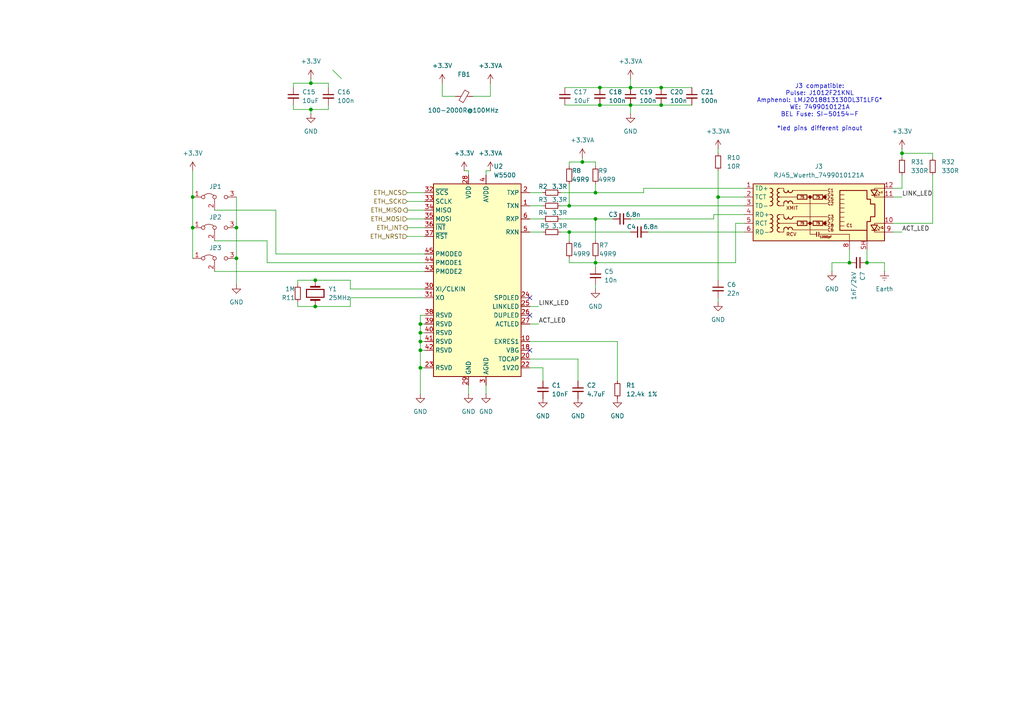
<source format=kicad_sch>
(kicad_sch (version 20231120) (generator "eeschema") (generator_version "8.0")
  (paper "A4")
  (lib_symbols
    (symbol "Connector:RJ45_Wuerth_7499010121A"
      (property "Reference" "J" (at 17.78 10.16 0))
      (property "Value" "RJ45_Wuerth_7499010121A" (at -6.35 10.16 0))
      (symbol "RJ45_Wuerth_7499010121A_0_0"
        (circle (center -1.27 -2.54) (radius 0.0001) (stroke (width 0.508)))
        (circle (center -1.27 5.08) (radius 0.0001) (stroke (width 0.508)))
        (polyline (pts (xy -1.27 5.08) (xy -1.27 -5.715)))
        (polyline (pts (xy 0.635 -5.08) (xy 0.635 -6.35)) (stroke (width 0.254)))
        (polyline (pts (xy 1.27 -5.08) (xy 1.27 -6.35)) (stroke (width 0.254)))
        (polyline (pts (xy 3.048 -2.54) (xy 2.54 -2.54)))
        (polyline (pts (xy 3.048 5.08) (xy 2.54 5.08)))
        (polyline (pts (xy 17.399 -3.048) (xy 17.399 -2.54) (xy 20.32 -2.54)))
        (polyline (pts (xy 17.399 7.112) (xy 17.399 7.62) (xy 20.32 7.62)))
        (polyline (pts (xy 20.32 -5.08) (xy 17.399 -5.08) (xy 17.399 -4.572)))
        (polyline (pts (xy 20.32 5.08) (xy 17.399 5.08) (xy 17.399 5.588)))
        (polyline (pts (xy 3.683 -1.905) (xy 3.048 -1.905) (xy 3.048 -3.175) (xy 3.683 -3.175)))
        (polyline (pts (xy 3.683 5.715) (xy 3.048 5.715) (xy 3.048 4.445) (xy 3.683 4.445)))
        (circle (center 3.048 -2.54) (radius 0.0001) (stroke (width 0.508)))
        (circle (center 3.048 5.08) (radius 0.0001) (stroke (width 0.508)))
        (text "C1" (at 4.699 6.985 0) (effects (font (size 0.889 0.889))))
        (text "C1" (at 10.16 -3.175 0) (effects (font (size 0.889 0.889))))
        (text "C2" (at 4.699 3.175 0) (effects (font (size 0.889 0.889))))
        (text "C3" (at 4.699 -0.635 0) (effects (font (size 0.889 0.889))))
        (text "C4" (at 4.699 5.715 0) (effects (font (size 0.889 0.889))))
        (text "C5" (at 4.699 4.445 0) (effects (font (size 0.889 0.889))))
        (text "C6" (at 4.699 -4.445 0) (effects (font (size 0.889 0.889))))
        (text "C7" (at 4.699 -1.905 0) (effects (font (size 0.889 0.889))))
        (text "C8" (at 4.699 -3.175 0) (effects (font (size 0.889 0.889))))
        (text "RCV" (at -8.255 -5.715 0) (effects (font (size 1.016 1.016)) (justify left)))
        (text "XMIT" (at -8.255 1.905 0) (effects (font (size 1.016 1.016)) (justify left)))
      )
      (symbol "RJ45_Wuerth_7499010121A_0_1"
        (rectangle (start -17.78 8.89) (end 20.32 -7.62) (stroke (width 0.254)) (fill (type background)))
        (polyline (pts (xy -12.7 -5.08) (xy -13.081 -5.08)))
        (polyline (pts (xy -12.7 -2.54) (xy -13.081 -2.54)))
        (polyline (pts (xy -12.7 0) (xy -13.081 0)))
        (polyline (pts (xy -12.7 2.54) (xy -13.081 2.54)))
        (polyline (pts (xy -12.7 5.08) (xy -13.081 5.08)))
        (polyline (pts (xy -12.7 7.62) (xy -13.081 7.62)))
        (polyline (pts (xy -6.35 -4.445) (xy 3.683 -4.445)))
        (polyline (pts (xy -6.35 3.175) (xy 3.683 3.175)))
        (polyline (pts (xy -6.35 6.985) (xy 3.683 6.985)))
        (polyline (pts (xy -6.223 -0.635) (xy 3.683 -0.635)))
        (polyline (pts (xy -5.08 -2.54) (xy -10.16 -2.54)))
        (polyline (pts (xy -4.953 5.08) (xy -10.16 5.08)))
        (polyline (pts (xy -2.159 -2.54) (xy -0.381 -2.54)))
        (polyline (pts (xy -2.159 5.08) (xy -0.381 5.08)))
        (polyline (pts (xy 0.635 -5.715) (xy -1.27 -5.715)))
        (polyline (pts (xy 7.366 -2.032) (xy 8.636 -2.032)))
        (polyline (pts (xy 7.366 -0.762) (xy 8.636 -0.762)))
        (polyline (pts (xy 7.366 0.635) (xy 8.636 0.635)))
        (polyline (pts (xy 7.366 1.905) (xy 8.636 1.905)))
        (polyline (pts (xy 7.366 3.175) (xy 8.636 3.175)))
        (polyline (pts (xy 8.636 -3.302) (xy 7.366 -3.302)))
        (polyline (pts (xy 8.636 4.445) (xy 7.366 4.445)))
        (polyline (pts (xy 8.636 5.715) (xy 7.366 5.715)))
        (polyline (pts (xy 10.16 -5.715) (xy 1.27 -5.715)))
        (polyline (pts (xy 10.16 -5.715) (xy 10.16 -7.62)))
        (polyline (pts (xy -10.16 0) (xy -8.89 0) (xy -8.89 -0.635)))
        (polyline (pts (xy -10.16 7.62) (xy -8.89 7.62) (xy -8.89 6.985)))
        (polyline (pts (xy -8.89 -4.445) (xy -8.89 -5.08) (xy -10.16 -5.08)))
        (polyline (pts (xy -8.89 3.175) (xy -8.89 2.54) (xy -10.16 2.54)))
      )
      (symbol "RJ45_Wuerth_7499010121A_1_0"
        (text "1000pF" (at 3.302 -6.477 0) (effects (font (size 0.635 0.635))))
      )
      (symbol "RJ45_Wuerth_7499010121A_1_1"
        (arc (start -12.7 -1.27) (mid -12.0677 -0.635) (end -12.7 0) (stroke (width 0.254)))
        (arc (start -12.6973 -5.08) (mid -12.065 -4.445) (end -12.6973 -3.81) (stroke (width 0.254)))
        (arc (start -12.6973 -3.81) (mid -12.065 -3.175) (end -12.6973 -2.54) (stroke (width 0.254)))
        (arc (start -12.6973 -2.54) (mid -12.065 -1.905) (end -12.6973 -1.27) (stroke (width 0.254)))
        (arc (start -12.6973 6.35) (mid -12.065 6.985) (end -12.6973 7.62) (stroke (width 0.254)))
        (arc (start -12.6946 2.54) (mid -12.0623 3.175) (end -12.6946 3.81) (stroke (width 0.254)))
        (arc (start -12.6946 3.81) (mid -12.0623 4.445) (end -12.6946 5.08) (stroke (width 0.254)))
        (arc (start -12.6946 5.08) (mid -12.0623 5.715) (end -12.6946 6.35) (stroke (width 0.254)))
        (arc (start -10.1654 -2.54) (mid -10.7977 -3.175) (end -10.1654 -3.81) (stroke (width 0.254)))
        (arc (start -10.1654 -1.27) (mid -10.7977 -1.905) (end -10.1654 -2.54) (stroke (width 0.254)))
        (arc (start -10.1654 0) (mid -10.7977 -0.635) (end -10.1654 -1.27) (stroke (width 0.254)))
        (arc (start -10.1654 5.08) (mid -10.7977 4.445) (end -10.1654 3.81) (stroke (width 0.254)))
        (arc (start -10.1654 6.35) (mid -10.7977 5.715) (end -10.1654 5.08) (stroke (width 0.254)))
        (arc (start -10.1654 7.62) (mid -10.7977 6.985) (end -10.1654 6.35) (stroke (width 0.254)))
        (arc (start -10.1627 -3.81) (mid -10.795 -4.445) (end -10.1627 -5.08) (stroke (width 0.254)))
        (arc (start -10.1627 3.81) (mid -10.795 3.175) (end -10.1627 2.54) (stroke (width 0.254)))
        (arc (start -8.89 6.9823) (mid -8.255 6.35) (end -7.62 6.9823) (stroke (width 0.254)))
        (arc (start -8.8265 -0.7012) (mid -8.1915 -1.3335) (end -7.5565 -0.7012) (stroke (width 0.254)))
        (arc (start -7.62 -4.3153) (mid -8.255 -3.683) (end -8.89 -4.3153) (stroke (width 0.254)))
        (arc (start -7.62 3.3047) (mid -8.255 3.937) (end -8.89 3.3047) (stroke (width 0.254)))
        (arc (start -7.62 6.985) (mid -6.985 6.3527) (end -6.35 6.985) (stroke (width 0.254)))
        (arc (start -7.5565 -0.6985) (mid -6.9215 -1.3308) (end -6.2865 -0.6985) (stroke (width 0.254)))
        (arc (start -6.35 -4.3126) (mid -6.985 -3.6803) (end -7.62 -4.3126) (stroke (width 0.254)))
        (arc (start -6.35 3.3074) (mid -6.985 3.9397) (end -7.62 3.3074) (stroke (width 0.254)))
        (rectangle (start -4.953 -1.905) (end -2.159 -3.175) (stroke (width 0.254)))
        (rectangle (start -4.953 5.715) (end -2.159 4.445) (stroke (width 0.254)))
        (rectangle (start -0.381 -1.905) (end 2.413 -3.175) (stroke (width 0.254)))
        (rectangle (start -0.381 5.715) (end 2.413 4.445) (stroke (width 0.254)))
        (polyline (pts (xy 15.24 -7.62) (xy 15.24 -4.572)) (stroke (width 0.254)))
        (polyline (pts (xy 18.161 -4.572) (xy 16.637 -4.572)) (stroke (width 0.254)))
        (polyline (pts (xy 18.161 5.588) (xy 16.637 5.588)) (stroke (width 0.254)))
        (polyline (pts (xy 18.796 -4.572) (xy 18.796 -4.318)))
        (polyline (pts (xy 18.796 5.588) (xy 18.796 5.842)))
        (polyline (pts (xy 19.05 -3.937) (xy 19.05 -3.683)))
        (polyline (pts (xy 19.05 6.223) (xy 19.05 6.477)))
        (polyline (pts (xy 18.288 -4.064) (xy 18.796 -4.572) (xy 18.542 -4.572)))
        (polyline (pts (xy 18.288 6.096) (xy 18.796 5.588) (xy 18.542 5.588)))
        (polyline (pts (xy 18.542 -3.429) (xy 19.05 -3.937) (xy 18.796 -3.937)))
        (polyline (pts (xy 18.542 6.731) (xy 19.05 6.223) (xy 18.796 6.223)))
        (polyline (pts (xy 18.288 -3.048) (xy 16.383 -3.048) (xy 17.399 -4.572) (xy 18.288 -3.048)) (stroke (width 0.254)))
        (polyline (pts (xy 18.288 7.112) (xy 16.383 7.112) (xy 17.399 5.588) (xy 18.288 7.112)) (stroke (width 0.254)))
        (polyline (pts (xy 7.366 -4.572) (xy 7.366 6.985) (xy 15.24 6.985) (xy 15.24 4.445) (xy 16.256 4.445) (xy 16.256 3.048) (xy 17.526 3.048) (xy 17.526 -0.635) (xy 16.256 -0.635) (xy 16.256 -2.032) (xy 15.24 -2.032) (xy 15.24 -4.572) (xy 7.366 -4.572)) (stroke (width 0.254)))
        (text "75" (at -3.556 -2.54 0) (effects (font (size 0.635 0.635))))
        (text "75" (at -3.556 5.08 0) (effects (font (size 0.635 0.635))))
        (text "75" (at 1.016 -2.54 0) (effects (font (size 0.635 0.635))))
        (text "75" (at 1.016 5.08 0) (effects (font (size 0.635 0.635))))
        (text "G" (at 19.685 -3.81 0) (effects (font (size 0.635 0.635))))
        (text "Y" (at 19.558 6.35 0) (effects (font (size 0.635 0.635))))
        (pin passive line (at -20.32 7.62 0) (length 2.54) (name "TD+") (number "1"))
        (pin passive line (at 22.86 -2.54 180) (length 2.54) (name "") (number "10"))
        (pin passive line (at 22.86 5.08 180) (length 2.54) (name "") (number "11"))
        (pin passive line (at 22.86 7.62 180) (length 2.54) (name "") (number "12"))
        (pin passive line (at -20.32 5.08 0) (length 2.54) (name "TCT") (number "2"))
        (pin passive line (at -20.32 2.54 0) (length 2.54) (name "TD-") (number "3"))
        (pin passive line (at -20.32 0 0) (length 2.54) (name "RD+") (number "4"))
        (pin passive line (at -20.32 -2.54 0) (length 2.54) (name "RCT") (number "5"))
        (pin passive line (at -20.32 -5.08 0) (length 2.54) (name "RD-") (number "6"))
        (pin no_connect line (at 20.32 0 0) (length 0) hide (name "NC") (number "7"))
        (pin power_in line (at 10.16 -10.16 90) (length 2.54) (name "") (number "8"))
        (pin passive line (at 22.86 -5.08 180) (length 2.54) (name "") (number "9"))
        (pin passive line (at 15.24 -10.16 90) (length 2.54) (name "") (number "SH"))
      )
    )
    (symbol "Device:C_Small" (pin_numbers hide) (pin_names (offset 0.254) hide)
      (property "Reference" "C" (at 0.254 1.778 0))
      (property "Value" "C_Small" (at 0.254 -2.032 0))
      (symbol "C_Small_0_1"
        (polyline (pts (xy -1.524 -0.508) (xy 1.524 -0.508)) (stroke (width 0.3302)))
        (polyline (pts (xy -1.524 0.508) (xy 1.524 0.508)) (stroke (width 0.3048)))
      )
      (symbol "C_Small_1_1"
        (pin passive line (at 0 2.54 270) (length 2.032) (name "~") (number "1"))
        (pin passive line (at 0 -2.54 90) (length 2.032) (name "~") (number "2"))
      )
    )
    (symbol "Device:Crystal" (pin_numbers hide) (pin_names (offset 1.016) hide)
      (property "Reference" "Y" (at 0 3.81 0))
      (property "Value" "Crystal" (at 0 -3.81 0))
      (symbol "Crystal_0_1"
        (rectangle (start -1.143 2.54) (end 1.143 -2.54) (stroke (width 0.3048)))
        (polyline (pts (xy -2.54 0) (xy -1.905 0)))
        (polyline (pts (xy -1.905 -1.27) (xy -1.905 1.27)) (stroke (width 0.508)))
        (polyline (pts (xy 1.905 -1.27) (xy 1.905 1.27)) (stroke (width 0.508)))
        (polyline (pts (xy 2.54 0) (xy 1.905 0)))
      )
      (symbol "Crystal_1_1"
        (pin passive line (at -3.81 0 0) (length 1.27) (name "1") (number "1"))
        (pin passive line (at 3.81 0 180) (length 1.27) (name "2") (number "2"))
      )
    )
    (symbol "Device:FerriteBead_Small" (pin_numbers hide) (pin_names (offset 0))
      (property "Reference" "FB" (at 1.905 1.27 0))
      (property "Value" "FerriteBead_Small" (at 1.905 -1.27 0))
      (symbol "FerriteBead_Small_0_1"
        (polyline (pts (xy 0 -1.27) (xy 0 -0.7874)))
        (polyline (pts (xy 0 0.889) (xy 0 1.2954)))
        (polyline (pts (xy -1.8288 0.2794) (xy -1.1176 1.4986) (xy 1.8288 -0.2032) (xy 1.1176 -1.4224) (xy -1.8288 0.2794)))
      )
      (symbol "FerriteBead_Small_1_1"
        (pin passive line (at 0 2.54 270) (length 1.27) (name "~") (number "1"))
        (pin passive line (at 0 -2.54 90) (length 1.27) (name "~") (number "2"))
      )
    )
    (symbol "Device:R_Small" (pin_numbers hide) (pin_names (offset 0.254) hide)
      (property "Reference" "R" (at 0.762 0.508 0))
      (property "Value" "R_Small" (at 0.762 -1.016 0))
      (symbol "R_Small_0_1"
        (rectangle (start -0.762 1.778) (end 0.762 -1.778) (stroke (width 0.2032)))
      )
      (symbol "R_Small_1_1"
        (pin passive line (at 0 2.54 270) (length 0.762) (name "~") (number "1"))
        (pin passive line (at 0 -2.54 90) (length 0.762) (name "~") (number "2"))
      )
    )
    (symbol "Interface_Ethernet:W5500"
      (property "Reference" "U2" (at 4.7341 33.02 0))
      (property "Value" "W5500" (at 4.7341 30.48 0))
      (symbol "W5500_0_1"
        (rectangle (start -12.7 27.94) (end 12.7 -27.94) (stroke (width 0.254)) (fill (type background)))
      )
      (symbol "W5500_1_1"
        (pin output line (at 15.24 21.59 180) (length 2.54) (name "TXN") (number "1"))
        (pin passive line (at 15.24 -17.78 180) (length 2.54) (name "EXRES1") (number "10"))
        (pin passive line (at 2.54 30.48 270) (length 2.54) hide (name "AVDD") (number "11"))
        (pin no_connect line (at 12.7 7.62 180) (length 2.54) hide (name "NC") (number "12"))
        (pin no_connect line (at 12.7 5.08 180) (length 2.54) hide (name "NC") (number "13"))
        (pin passive line (at 2.54 -30.48 90) (length 2.54) hide (name "AGND") (number "14"))
        (pin passive line (at 2.54 30.48 270) (length 2.54) hide (name "AVDD") (number "15"))
        (pin passive line (at 2.54 -30.48 90) (length 2.54) hide (name "AGND") (number "16"))
        (pin passive line (at 2.54 30.48 270) (length 2.54) hide (name "AVDD") (number "17"))
        (pin passive line (at 15.24 -20.32 180) (length 2.54) (name "VBG") (number "18"))
        (pin passive line (at 2.54 -30.48 90) (length 2.54) hide (name "AGND") (number "19"))
        (pin output line (at 15.24 25.4 180) (length 2.54) (name "TXP") (number "2"))
        (pin passive line (at 15.24 -22.86 180) (length 2.54) (name "TOCAP") (number "20"))
        (pin passive line (at 2.54 30.48 270) (length 2.54) hide (name "AVDD") (number "21"))
        (pin output line (at 15.24 -25.4 180) (length 2.54) (name "1V2O") (number "22"))
        (pin input line (at -15.24 -25.4 0) (length 2.54) (name "RSVD") (number "23"))
        (pin output line (at 15.24 -5.08 180) (length 2.54) (name "SPDLED") (number "24"))
        (pin output line (at 15.24 -7.62 180) (length 2.54) (name "LINKLED") (number "25"))
        (pin output line (at 15.24 -10.16 180) (length 2.54) (name "DUPLED") (number "26"))
        (pin output line (at 15.24 -12.7 180) (length 2.54) (name "ACTLED") (number "27"))
        (pin power_in line (at -2.54 30.48 270) (length 2.54) (name "VDD") (number "28"))
        (pin power_in line (at -2.54 -30.48 90) (length 2.54) (name "GND") (number "29"))
        (pin power_in line (at 2.54 -30.48 90) (length 2.54) (name "AGND") (number "3"))
        (pin input line (at -15.24 -2.54 0) (length 2.54) (name "XI/CLKIN") (number "30"))
        (pin output line (at -15.24 -5.08 0) (length 2.54) (name "XO") (number "31"))
        (pin input line (at -15.24 25.4 0) (length 2.54) (name "~{SCS}") (number "32"))
        (pin input line (at -15.24 22.86 0) (length 2.54) (name "SCLK") (number "33"))
        (pin output line (at -15.24 20.32 0) (length 2.54) (name "MISO") (number "34"))
        (pin input line (at -15.24 17.78 0) (length 2.54) (name "MOSI") (number "35"))
        (pin input line (at -15.24 15.24 0) (length 2.54) (name "~{INT}") (number "36"))
        (pin input line (at -15.24 12.7 0) (length 2.54) (name "~{RST}") (number "37"))
        (pin input line (at -15.24 -10.16 0) (length 2.54) (name "RSVD") (number "38"))
        (pin input line (at -15.24 -12.7 0) (length 2.54) (name "RSVD") (number "39"))
        (pin power_in line (at 2.54 30.48 270) (length 2.54) (name "AVDD") (number "4"))
        (pin input line (at -15.24 -15.24 0) (length 2.54) (name "RSVD") (number "40"))
        (pin input line (at -15.24 -17.78 0) (length 2.54) (name "RSVD") (number "41"))
        (pin input line (at -15.24 -20.32 0) (length 2.54) (name "RSVD") (number "42"))
        (pin input line (at -15.24 2.54 0) (length 2.54) (name "PMODE2") (number "43"))
        (pin input line (at -15.24 5.08 0) (length 2.54) (name "PMODE1") (number "44"))
        (pin input line (at -15.24 7.62 0) (length 2.54) (name "PMODE0") (number "45"))
        (pin no_connect line (at 12.7 2.54 180) (length 2.54) hide (name "NC") (number "46"))
        (pin no_connect line (at 12.7 0 180) (length 2.54) hide (name "NC") (number "47"))
        (pin passive line (at 2.54 -30.48 90) (length 2.54) hide (name "AGND") (number "48"))
        (pin input line (at 15.24 13.97 180) (length 2.54) (name "RXN") (number "5"))
        (pin input line (at 15.24 17.78 180) (length 2.54) (name "RXP") (number "6"))
        (pin no_connect line (at 12.7 10.16 180) (length 2.54) hide (name "DNC") (number "7"))
        (pin passive line (at 2.54 30.48 270) (length 2.54) hide (name "AVDD") (number "8"))
        (pin passive line (at 2.54 -30.48 90) (length 2.54) hide (name "AGND") (number "9"))
      )
    )
    (symbol "Jumper:Jumper_3_Bridged12" (pin_names (offset 0) hide) (exclude_from_sim yes) (in_bom no)
      (property "Reference" "JP" (at -2.54 -2.54 0))
      (property "Value" "Jumper_3_Bridged12" (at 0 2.794 0))
      (symbol "Jumper_3_Bridged12_0_0"
        (circle (center -3.302 0) (radius 0.508))
        (circle (center 0 0) (radius 0.508))
        (circle (center 3.302 0) (radius 0.508))
      )
      (symbol "Jumper_3_Bridged12_0_1"
        (arc (start -0.254 0.508) (mid -1.651 0.9912) (end -3.048 0.508))
        (polyline (pts (xy 0 -1.27) (xy 0 -0.508)))
      )
      (symbol "Jumper_3_Bridged12_1_1"
        (pin passive line (at -6.35 0 0) (length 2.54) (name "A") (number "1"))
        (pin passive line (at 0 -3.81 90) (length 2.54) (name "C") (number "2"))
        (pin passive line (at 6.35 0 180) (length 2.54) (name "B") (number "3"))
      )
    )
    (symbol "power:+3.3V" (power) (pin_numbers hide) (pin_names (offset 0) hide)
      (property "Value" "+3.3V" (at 0 3.556 0))
      (symbol "+3.3V_0_1"
        (polyline (pts (xy -0.762 1.27) (xy 0 2.54)))
        (polyline (pts (xy 0 0) (xy 0 2.54)))
        (polyline (pts (xy 0 2.54) (xy 0.762 1.27)))
      )
      (symbol "+3.3V_1_1"
        (pin power_in line (at 0 0 90) (length 0) (name "~") (number "1"))
      )
    )
    (symbol "power:+3.3VA" (power) (pin_numbers hide) (pin_names (offset 0) hide)
      (property "Value" "+3.3VA" (at 0 3.556 0))
      (symbol "+3.3VA_0_1"
        (polyline (pts (xy -0.762 1.27) (xy 0 2.54)))
        (polyline (pts (xy 0 0) (xy 0 2.54)))
        (polyline (pts (xy 0 2.54) (xy 0.762 1.27)))
      )
      (symbol "+3.3VA_1_1"
        (pin power_in line (at 0 0 90) (length 0) (name "~") (number "1"))
      )
    )
    (symbol "power:Earth" (power) (pin_numbers hide) (pin_names (offset 0) hide)
      (property "Value" "Earth" (at 0 -3.81 0))
      (symbol "Earth_0_1"
        (polyline (pts (xy -0.635 -1.905) (xy 0.635 -1.905)))
        (polyline (pts (xy -0.127 -2.54) (xy 0.127 -2.54)))
        (polyline (pts (xy 0 -1.27) (xy 0 0)))
        (polyline (pts (xy 1.27 -1.27) (xy -1.27 -1.27)))
      )
      (symbol "Earth_1_1"
        (pin power_in line (at 0 0 270) (length 0) (name "~") (number "1"))
      )
    )
    (symbol "power:GND" (power) (pin_numbers hide) (pin_names (offset 0) hide)
      (property "Value" "GND" (at 0 -3.81 0))
      (symbol "GND_0_1"
        (polyline (pts (xy 0 0) (xy 0 -1.27) (xy 1.27 -1.27) (xy 0 -2.54) (xy -1.27 -1.27) (xy 0 -1.27)))
      )
      (symbol "GND_1_1"
        (pin power_in line (at 0 0 270) (length 0) (name "~") (number "1"))
      )
    )
  )
  (junction (at 182.88 25.4))
  (junction (at 208.28 57.15))
  (junction (at 121.92 101.6))
  (junction (at 173.99 25.4))
  (junction (at 91.44 88.9))
  (junction (at 165.1 59.69))
  (junction (at 68.58 66.04))
  (junction (at 191.77 25.4))
  (junction (at 251.46 76.2))
  (junction (at 90.17 24.13))
  (junction (at 246.38 76.2))
  (junction (at 182.88 30.48))
  (junction (at 90.17 31.75))
  (junction (at 121.92 106.68))
  (junction (at 121.92 96.52))
  (junction (at 55.88 57.15))
  (junction (at 168.91 46.99))
  (junction (at 172.72 76.2))
  (junction (at 121.92 93.98))
  (junction (at 172.72 55.88))
  (junction (at 91.44 81.28))
  (junction (at 55.88 66.04))
  (junction (at 121.92 99.06))
  (junction (at 165.1 67.31))
  (junction (at 68.58 74.93))
  (junction (at 172.72 63.5))
  (junction (at 191.77 30.48))
  (junction (at 173.99 30.48))
  (junction (at 261.62 44.45))
  (no_connect (at 153.67 91.44))
  (no_connect (at 153.67 101.6))
  (no_connect (at 153.67 86.36))
  (bus_entry (at 96.52 20.32) (size 2.54 2.54))
  (wire (pts (xy 191.77 30.48) (xy 200.66 30.48)))
  (wire (pts (xy 213.36 76.2) (xy 213.36 64.77)))
  (wire (pts (xy 179.07 99.06) (xy 179.07 110.49)))
  (wire (pts (xy 165.1 67.31) (xy 182.88 67.31)))
  (wire (pts (xy 153.67 67.31) (xy 157.48 67.31)))
  (wire (pts (xy 121.92 91.44) (xy 121.92 93.98)))
  (wire (pts (xy 187.96 67.31) (xy 215.9 67.31)))
  (wire (pts (xy 90.17 31.75) (xy 90.17 33.02)))
  (wire (pts (xy 62.23 60.96) (xy 80.01 60.96)))
  (wire (pts (xy 90.17 22.86) (xy 90.17 24.13)))
  (wire (pts (xy 153.67 63.5) (xy 157.48 63.5)))
  (wire (pts (xy 165.1 76.2) (xy 172.72 76.2)))
  (wire (pts (xy 259.08 64.77) (xy 270.51 64.77)))
  (wire (pts (xy 121.92 99.06) (xy 123.19 99.06)))
  (wire (pts (xy 182.88 25.4) (xy 191.77 25.4)))
  (wire (pts (xy 172.72 63.5) (xy 172.72 69.85)))
  (wire (pts (xy 251.46 72.39) (xy 251.46 76.2)))
  (wire (pts (xy 55.88 66.04) (xy 55.88 74.93)))
  (wire (pts (xy 121.92 93.98) (xy 121.92 96.52)))
  (wire (pts (xy 186.69 54.61) (xy 215.9 54.61)))
  (wire (pts (xy 123.19 86.36) (xy 101.6 86.36)))
  (wire (pts (xy 140.97 111.76) (xy 140.97 114.3)))
  (wire (pts (xy 77.47 69.85) (xy 62.23 69.85)))
  (wire (pts (xy 182.88 30.48) (xy 191.77 30.48)))
  (wire (pts (xy 165.1 59.69) (xy 165.1 53.34)))
  (wire (pts (xy 140.97 49.53) (xy 140.97 50.8)))
  (wire (pts (xy 153.67 55.88) (xy 157.48 55.88)))
  (wire (pts (xy 137.16 27.94) (xy 142.24 27.94)))
  (wire (pts (xy 118.11 60.96) (xy 123.19 60.96)))
  (wire (pts (xy 118.11 63.5) (xy 123.19 63.5)))
  (wire (pts (xy 162.56 55.88) (xy 172.72 55.88)))
  (wire (pts (xy 121.92 106.68) (xy 123.19 106.68)))
  (wire (pts (xy 172.72 55.88) (xy 186.69 55.88)))
  (wire (pts (xy 173.99 30.48) (xy 182.88 30.48)))
  (wire (pts (xy 123.19 83.82) (xy 101.6 83.82)))
  (wire (pts (xy 172.72 46.99) (xy 172.72 48.26)))
  (wire (pts (xy 91.44 88.9) (xy 86.36 88.9)))
  (wire (pts (xy 259.08 54.61) (xy 261.62 54.61)))
  (wire (pts (xy 241.3 76.2) (xy 246.38 76.2)))
  (wire (pts (xy 241.3 78.74) (xy 241.3 76.2)))
  (wire (pts (xy 186.69 55.88) (xy 186.69 54.61)))
  (wire (pts (xy 86.36 82.55) (xy 86.36 81.28)))
  (wire (pts (xy 62.23 78.74) (xy 123.19 78.74)))
  (wire (pts (xy 128.27 27.94) (xy 128.27 24.13)))
  (wire (pts (xy 118.11 55.88) (xy 123.19 55.88)))
  (wire (pts (xy 121.92 106.68) (xy 121.92 114.3)))
  (wire (pts (xy 182.88 22.86) (xy 182.88 25.4)))
  (wire (pts (xy 121.92 101.6) (xy 123.19 101.6)))
  (wire (pts (xy 121.92 101.6) (xy 121.92 106.68)))
  (wire (pts (xy 165.1 59.69) (xy 215.9 59.69)))
  (wire (pts (xy 132.08 27.94) (xy 128.27 27.94)))
  (wire (pts (xy 142.24 27.94) (xy 142.24 24.13)))
  (wire (pts (xy 153.67 104.14) (xy 167.64 104.14)))
  (wire (pts (xy 213.36 64.77) (xy 215.9 64.77)))
  (wire (pts (xy 172.72 55.88) (xy 172.72 53.34)))
  (wire (pts (xy 121.92 96.52) (xy 121.92 99.06)))
  (wire (pts (xy 85.09 30.48) (xy 85.09 31.75)))
  (wire (pts (xy 208.28 43.18) (xy 208.28 44.45)))
  (wire (pts (xy 90.17 31.75) (xy 85.09 31.75)))
  (wire (pts (xy 121.92 96.52) (xy 123.19 96.52)))
  (wire (pts (xy 55.88 49.53) (xy 55.88 57.15)))
  (wire (pts (xy 172.72 76.2) (xy 172.72 74.93)))
  (wire (pts (xy 261.62 44.45) (xy 270.51 44.45)))
  (wire (pts (xy 90.17 24.13) (xy 85.09 24.13)))
  (wire (pts (xy 207.01 63.5) (xy 207.01 62.23)))
  (wire (pts (xy 153.67 59.69) (xy 157.48 59.69)))
  (wire (pts (xy 165.1 48.26) (xy 165.1 46.99)))
  (wire (pts (xy 163.83 25.4) (xy 173.99 25.4)))
  (wire (pts (xy 207.01 62.23) (xy 215.9 62.23)))
  (wire (pts (xy 101.6 86.36) (xy 101.6 88.9)))
  (wire (pts (xy 157.48 106.68) (xy 153.67 106.68)))
  (wire (pts (xy 118.11 66.04) (xy 123.19 66.04)))
  (wire (pts (xy 95.25 25.4) (xy 95.25 24.13)))
  (wire (pts (xy 246.38 72.39) (xy 246.38 76.2)))
  (wire (pts (xy 208.28 57.15) (xy 215.9 57.15)))
  (wire (pts (xy 259.08 57.15) (xy 261.62 57.15)))
  (wire (pts (xy 118.11 68.58) (xy 123.19 68.58)))
  (wire (pts (xy 165.1 67.31) (xy 165.1 69.85)))
  (wire (pts (xy 208.28 81.28) (xy 208.28 57.15)))
  (wire (pts (xy 121.92 93.98) (xy 123.19 93.98)))
  (wire (pts (xy 182.88 63.5) (xy 207.01 63.5)))
  (wire (pts (xy 68.58 74.93) (xy 68.58 82.55)))
  (wire (pts (xy 85.09 24.13) (xy 85.09 25.4)))
  (wire (pts (xy 165.1 76.2) (xy 165.1 74.93)))
  (wire (pts (xy 173.99 25.4) (xy 182.88 25.4)))
  (wire (pts (xy 162.56 59.69) (xy 165.1 59.69)))
  (wire (pts (xy 172.72 76.2) (xy 213.36 76.2)))
  (wire (pts (xy 259.08 67.31) (xy 261.62 67.31)))
  (wire (pts (xy 162.56 63.5) (xy 172.72 63.5)))
  (wire (pts (xy 256.54 78.74) (xy 256.54 76.2)))
  (wire (pts (xy 191.77 25.4) (xy 200.66 25.4)))
  (wire (pts (xy 123.19 91.44) (xy 121.92 91.44)))
  (wire (pts (xy 153.67 93.98) (xy 156.21 93.98)))
  (wire (pts (xy 261.62 45.72) (xy 261.62 44.45)))
  (wire (pts (xy 168.91 46.99) (xy 172.72 46.99)))
  (wire (pts (xy 162.56 67.31) (xy 165.1 67.31)))
  (wire (pts (xy 261.62 43.18) (xy 261.62 44.45)))
  (wire (pts (xy 135.89 111.76) (xy 135.89 114.3)))
  (wire (pts (xy 172.72 76.2) (xy 172.72 77.47)))
  (wire (pts (xy 91.44 81.28) (xy 101.6 81.28)))
  (wire (pts (xy 142.24 49.53) (xy 140.97 49.53)))
  (wire (pts (xy 68.58 57.15) (xy 68.58 66.04)))
  (wire (pts (xy 153.67 88.9) (xy 156.21 88.9)))
  (wire (pts (xy 95.25 24.13) (xy 90.17 24.13)))
  (wire (pts (xy 86.36 81.28) (xy 91.44 81.28)))
  (wire (pts (xy 135.89 49.53) (xy 135.89 50.8)))
  (wire (pts (xy 172.72 83.82) (xy 172.72 82.55)))
  (wire (pts (xy 55.88 57.15) (xy 55.88 66.04)))
  (wire (pts (xy 95.25 31.75) (xy 90.17 31.75)))
  (wire (pts (xy 91.44 88.9) (xy 101.6 88.9)))
  (wire (pts (xy 165.1 46.99) (xy 168.91 46.99)))
  (wire (pts (xy 86.36 88.9) (xy 86.36 87.63)))
  (wire (pts (xy 182.88 30.48) (xy 182.88 33.02)))
  (wire (pts (xy 167.64 104.14) (xy 167.64 110.49)))
  (wire (pts (xy 163.83 30.48) (xy 173.99 30.48)))
  (wire (pts (xy 68.58 66.04) (xy 68.58 74.93)))
  (wire (pts (xy 270.51 44.45) (xy 270.51 45.72)))
  (wire (pts (xy 95.25 30.48) (xy 95.25 31.75)))
  (wire (pts (xy 251.46 76.2) (xy 256.54 76.2)))
  (wire (pts (xy 80.01 60.96) (xy 80.01 73.66)))
  (wire (pts (xy 80.01 73.66) (xy 123.19 73.66)))
  (wire (pts (xy 270.51 64.77) (xy 270.51 50.8)))
  (wire (pts (xy 168.91 45.72) (xy 168.91 46.99)))
  (wire (pts (xy 118.11 58.42) (xy 123.19 58.42)))
  (wire (pts (xy 121.92 99.06) (xy 121.92 101.6)))
  (wire (pts (xy 77.47 76.2) (xy 77.47 69.85)))
  (wire (pts (xy 123.19 76.2) (xy 77.47 76.2)))
  (wire (pts (xy 153.67 99.06) (xy 179.07 99.06)))
  (wire (pts (xy 157.48 110.49) (xy 157.48 106.68)))
  (wire (pts (xy 134.62 49.53) (xy 135.89 49.53)))
  (wire (pts (xy 101.6 83.82) (xy 101.6 81.28)))
  (wire (pts (xy 208.28 86.36) (xy 208.28 87.63)))
  (wire (pts (xy 172.72 63.5) (xy 177.8 63.5)))
  (wire (pts (xy 208.28 49.53) (xy 208.28 57.15)))
  (wire (pts (xy 261.62 50.8) (xy 261.62 54.61)))
  (text "J3 compatible:\nPulse: J1012F21KNL\nAmphenol: LMJ2018813130DL3T1LFG*\nWE: 7499010121A\nBEL Fuse: SI-50154-F\n\n*led pins different pinout" (at 237.744 31.242 0) (effects (font (size 1.27 1.27))))
  (label "LINK_LED" (at 261.62 57.15 0))
  (label "ACT_LED" (at 156.21 93.98 0))
  (label "ACT_LED" (at 261.62 67.31 0))
  (label "LINK_LED" (at 156.21 88.9 0))
  (hierarchical_label "ETH_NRST" (shape input) (at 118.11 68.58 180))
  (hierarchical_label "ETH_MISO" (shape output) (at 118.11 60.96 180))
  (hierarchical_label "ETH_MOSI" (shape input) (at 118.11 63.5 180))
  (hierarchical_label "ETH_NCS" (shape input) (at 118.11 55.88 180))
  (hierarchical_label "ETH_SCK" (shape input) (at 118.11 58.42 180))
  (hierarchical_label "ETH_INT" (shape output) (at 118.11 66.04 180))
  (symbol (lib_id "power:GND") (at 140.97 114.3 0) (unit 1)
    (property "Reference" "#PWR3" (effects (hide yes)))
    (property "Value" "GND" (at 140.97 119.38 0))
    (property "Description" "Power symbol creates a global label with name \"GND\" , ground" (effects (hide yes)))
  )
  (symbol (lib_id "Jumper:Jumper_3_Bridged12") (at 62.23 57.15 0) (unit 1) (exclude_from_sim yes) (in_bom no)
    (property "Reference" "JP1" (at 62.484 54.102 0))
    (property "Value" "~" (at 62.23 54.61 0))
    (property "Description" "Jumper, 3-pole, pins 1+2 closed/bridged" (effects (hide yes)))
  )
  (symbol (lib_id "Device:R_Small") (at 165.1 50.8 0) (unit 1)
    (property "Reference" "R8" (at 165.862 49.53 0) (effects (justify left)))
    (property "Value" "49R9" (at 165.862 52.07 0) (effects (justify left)))
    (property "Description" "Resistor, small symbol" (effects (hide yes)))
  )
  (symbol (lib_id "Device:C_Small") (at 173.99 27.94 0) (unit 1)
    (property "Reference" "C18" (at 176.53 26.6762 0) (effects (justify left)))
    (property "Value" "100n" (at 176.53 29.2162 0) (effects (justify left)))
    (property "Description" "Unpolarized capacitor, small symbol" (effects (hide yes)))
  )
  (symbol (lib_id "power:+3.3VA") (at 142.24 49.53 0) (unit 1)
    (property "Reference" "#PWR19" (effects (hide yes)))
    (property "Value" "+3.3VA" (at 142.24 44.45 0))
    (property "Description" "Power symbol creates a global label with name \"+3.3VA\"" (effects (hide yes)))
  )
  (symbol (lib_id "power:+3.3VA") (at 182.88 22.86 0) (unit 1)
    (property "Reference" "#PWR27" (effects (hide yes)))
    (property "Value" "+3.3VA" (at 182.88 17.78 0))
    (property "Description" "Power symbol creates a global label with name \"+3.3VA\"" (effects (hide yes)))
  )
  (symbol (lib_id "power:GND") (at 172.72 83.82 0) (unit 1)
    (property "Reference" "#PWR16" (effects (hide yes)))
    (property "Value" "GND" (at 172.72 88.9 0))
    (property "Description" "Power symbol creates a global label with name \"GND\" , ground" (effects (hide yes)))
  )
  (symbol (lib_id "power:GND") (at 208.28 87.63 0) (unit 1)
    (property "Reference" "#PWR20" (effects (hide yes)))
    (property "Value" "GND" (at 208.28 92.71 0))
    (property "Description" "Power symbol creates a global label with name \"GND\" , ground" (effects (hide yes)))
  )
  (symbol (lib_id "Device:C_Small") (at 180.34 63.5 90) (unit 1)
    (property "Reference" "C3" (at 177.8 62.23 90))
    (property "Value" "6.8n" (at 183.642 62.23 90))
    (property "Description" "Unpolarized capacitor, small symbol" (effects (hide yes)))
  )
  (symbol (lib_id "Device:C_Small") (at 85.09 27.94 0) (unit 1)
    (property "Reference" "C15" (at 87.63 26.6762 0) (effects (justify left)))
    (property "Value" "10uF" (at 87.63 29.2162 0) (effects (justify left)))
    (property "Description" "Unpolarized capacitor, small symbol" (effects (hide yes)))
  )
  (symbol (lib_id "Device:R_Small") (at 160.02 55.88 90) (unit 1)
    (property "Reference" "R2" (at 157.48 54.102 90))
    (property "Value" "3.3R" (at 162.306 54.102 90))
    (property "Description" "Resistor, small symbol" (effects (hide yes)))
  )
  (symbol (lib_id "power:Earth") (at 256.54 78.74 0) (unit 1)
    (property "Reference" "#PWR23" (effects (hide yes)))
    (property "Value" "Earth" (at 256.54 83.82 0))
    (property "Description" "Power symbol creates a global label with name \"Earth\"" (effects (hide yes)))
  )
  (symbol (lib_id "power:+3.3V") (at 134.62 49.53 0) (unit 1)
    (property "Reference" "#PWR18" (effects (hide yes)))
    (property "Value" "+3.3V" (at 134.62 44.45 0))
    (property "Description" "Power symbol creates a global label with name \"+3.3V\"" (effects (hide yes)))
  )
  (symbol (lib_id "Device:C_Small") (at 167.64 113.03 0) (unit 1)
    (property "Reference" "C2" (at 170.18 111.7662 0) (effects (justify left)))
    (property "Value" "4.7uF" (at 170.18 114.3062 0) (effects (justify left)))
    (property "Description" "Unpolarized capacitor, small symbol" (effects (hide yes)))
  )
  (symbol (lib_id "Interface_Ethernet:W5500") (at 138.43 81.28 0) (unit 1)
    (property "Reference" "U2" (at 143.1641 48.26 0) (effects (justify left)))
    (property "Value" "W5500" (at 143.1641 50.8 0) (effects (justify left)))
    (property "Footprint" "Package_QFP:LQFP-48_7x7mm_P0.5mm" (effects (hide yes)))
    (property "Datasheet" "http://wizwiki.net/wiki/lib/exe/fetch.php/products:w5500:w5500_ds_v109e.pdf" (effects (hide yes)))
    (property "Description" "10/100Mb SPI Ethernet controller with TCP/IP stack, LQFP-48" (effects (hide yes)))
  )
  (symbol (lib_id "power:GND") (at 90.17 33.02 0) (unit 1)
    (property "Reference" "#PWR28" (effects (hide yes)))
    (property "Value" "GND" (at 90.17 38.1 0))
    (property "Description" "Power symbol creates a global label with name \"GND\" , ground" (effects (hide yes)))
  )
  (symbol (lib_id "Device:R_Small") (at 179.07 113.03 0) (unit 1)
    (property "Reference" "R1" (at 181.61 111.7599 0) (effects (justify left)))
    (property "Value" "12.4k 1%" (at 181.61 114.2999 0) (effects (justify left)))
    (property "Description" "Resistor, small symbol" (effects (hide yes)))
  )
  (symbol (lib_id "power:+3.3V") (at 128.27 24.13 0) (unit 1)
    (property "Reference" "#PWR24" (effects (hide yes)))
    (property "Value" "+3.3V" (at 128.27 19.05 0))
    (property "Description" "Power symbol creates a global label with name \"+3.3V\"" (effects (hide yes)))
  )
  (symbol (lib_id "Device:R_Small") (at 270.51 48.26 180) (unit 1)
    (property "Reference" "R32" (at 273.05 46.9899 0) (effects (justify right)))
    (property "Value" "330R" (at 273.05 49.5299 0) (effects (justify right)))
    (property "Description" "Resistor, small symbol" (effects (hide yes)))
  )
  (symbol (lib_id "Device:R_Small") (at 261.62 48.26 180) (unit 1)
    (property "Reference" "R31" (at 264.16 46.9899 0) (effects (justify right)))
    (property "Value" "330R" (at 264.16 49.5299 0) (effects (justify right)))
    (property "Description" "Resistor, small symbol" (effects (hide yes)))
  )
  (symbol (lib_id "Device:C_Small") (at 95.25 27.94 0) (unit 1)
    (property "Reference" "C16" (at 97.79 26.6762 0) (effects (justify left)))
    (property "Value" "100n" (at 97.79 29.2162 0) (effects (justify left)))
    (property "Description" "Unpolarized capacitor, small symbol" (effects (hide yes)))
  )
  (symbol (lib_id "power:+3.3VA") (at 168.91 45.72 0) (unit 1)
    (property "Reference" "#PWR17" (effects (hide yes)))
    (property "Value" "+3.3VA" (at 168.91 40.64 0))
    (property "Description" "Power symbol creates a global label with name \"+3.3VA\"" (effects (hide yes)))
  )
  (symbol (lib_id "Device:C_Small") (at 208.28 83.82 0) (unit 1)
    (property "Reference" "C6" (at 210.82 82.5562 0) (effects (justify left)))
    (property "Value" "22n" (at 210.82 85.0962 0) (effects (justify left)))
    (property "Description" "Unpolarized capacitor, small symbol" (effects (hide yes)))
  )
  (symbol (lib_id "Device:Crystal") (at 91.44 85.09 90) (unit 1)
    (property "Reference" "Y1" (at 95.25 83.8199 90) (effects (justify right)))
    (property "Value" "25MHz" (at 95.25 86.3599 90) (effects (justify right)))
    (property "Description" "Two pin crystal" (effects (hide yes)))
  )
  (symbol (lib_id "Device:R_Small") (at 172.72 50.8 0) (unit 1)
    (property "Reference" "R9" (at 173.482 49.53 0) (effects (justify left)))
    (property "Value" "49R9" (at 173.482 52.07 0) (effects (justify left)))
    (property "Description" "Resistor, small symbol" (effects (hide yes)))
  )
  (symbol (lib_id "Device:C_Small") (at 200.66 27.94 0) (unit 1)
    (property "Reference" "C21" (at 203.2 26.6762 0) (effects (justify left)))
    (property "Value" "100n" (at 203.2 29.2162 0) (effects (justify left)))
    (property "Description" "Unpolarized capacitor, small symbol" (effects (hide yes)))
  )
  (symbol (lib_id "Device:R_Small") (at 160.02 59.69 90) (unit 1)
    (property "Reference" "R3" (at 157.48 57.912 90))
    (property "Value" "3.3R" (at 162.306 57.912 90))
    (property "Description" "Resistor, small symbol" (effects (hide yes)))
  )
  (symbol (lib_id "Device:R_Small") (at 208.28 46.99 180) (unit 1)
    (property "Reference" "R10" (at 210.82 45.7199 0) (effects (justify right)))
    (property "Value" "10R" (at 210.82 48.2599 0) (effects (justify right)))
    (property "Description" "Resistor, small symbol" (effects (hide yes)))
  )
  (symbol (lib_id "Jumper:Jumper_3_Bridged12") (at 62.23 66.04 0) (unit 1) (exclude_from_sim yes) (in_bom no)
    (property "Reference" "JP2" (at 62.484 62.992 0))
    (property "Value" "~" (at 62.23 63.5 0))
    (property "Description" "Jumper, 3-pole, pins 1+2 closed/bridged" (effects (hide yes)))
  )
  (symbol (lib_id "Device:C_Small") (at 248.92 76.2 270) (unit 1)
    (property "Reference" "C7" (at 250.1838 78.74 0) (effects (justify left)))
    (property "Value" "1nF/2kV" (at 247.6438 78.74 0) (effects (justify left)))
    (property "Description" "Unpolarized capacitor, small symbol" (effects (hide yes)))
  )
  (symbol (lib_id "power:GND") (at 68.58 82.55 0) (unit 1)
    (property "Reference" "#PWR30" (effects (hide yes)))
    (property "Value" "GND" (at 68.58 87.63 0))
    (property "Description" "Power symbol creates a global label with name \"GND\" , ground" (effects (hide yes)))
  )
  (symbol (lib_id "Device:R_Small") (at 165.1 72.39 180) (unit 1)
    (property "Reference" "R6" (at 166.116 71.12 0) (effects (justify right)))
    (property "Value" "49R9" (at 166.116 73.66 0) (effects (justify right)))
    (property "Description" "Resistor, small symbol" (effects (hide yes)))
  )
  (symbol (lib_id "power:GND") (at 135.89 114.3 0) (unit 1)
    (property "Reference" "#PWR2" (effects (hide yes)))
    (property "Value" "GND" (at 135.89 119.38 0))
    (property "Description" "Power symbol creates a global label with name \"GND\" , ground" (effects (hide yes)))
  )
  (symbol (lib_id "power:GND") (at 157.48 115.57 0) (unit 1)
    (property "Reference" "#PWR4" (effects (hide yes)))
    (property "Value" "GND" (at 157.48 120.65 0))
    (property "Description" "Power symbol creates a global label with name \"GND\" , ground" (effects (hide yes)))
  )
  (symbol (lib_id "power:GND") (at 179.07 115.57 0) (unit 1)
    (property "Reference" "#PWR6" (effects (hide yes)))
    (property "Value" "GND" (at 179.07 120.65 0))
    (property "Description" "Power symbol creates a global label with name \"GND\" , ground" (effects (hide yes)))
  )
  (symbol (lib_id "power:+3.3V") (at 90.17 22.86 0) (unit 1)
    (property "Reference" "#PWR29" (effects (hide yes)))
    (property "Value" "+3.3V" (at 90.17 17.78 0))
    (property "Description" "Power symbol creates a global label with name \"+3.3V\"" (effects (hide yes)))
  )
  (symbol (lib_id "Device:R_Small") (at 172.72 72.39 0) (unit 1)
    (property "Reference" "R7" (at 173.736 71.12 0) (effects (justify left)))
    (property "Value" "49R9" (at 173.736 73.66 0) (effects (justify left)))
    (property "Description" "Resistor, small symbol" (effects (hide yes)))
  )
  (symbol (lib_id "Device:R_Small") (at 160.02 63.5 90) (unit 1)
    (property "Reference" "R4" (at 157.48 61.722 90))
    (property "Value" "3.3R" (at 162.306 61.722 90))
    (property "Description" "Resistor, small symbol" (effects (hide yes)))
  )
  (symbol (lib_id "Device:C_Small") (at 172.72 80.01 0) (unit 1)
    (property "Reference" "C5" (at 175.26 78.7462 0) (effects (justify left)))
    (property "Value" "10n" (at 175.26 81.2862 0) (effects (justify left)))
    (property "Description" "Unpolarized capacitor, small symbol" (effects (hide yes)))
  )
  (symbol (lib_id "power:GND") (at 121.92 114.3 0) (unit 1)
    (property "Reference" "#PWR1" (effects (hide yes)))
    (property "Value" "GND" (at 121.92 119.38 0))
    (property "Description" "Power symbol creates a global label with name \"GND\" , ground" (effects (hide yes)))
  )
  (symbol (lib_id "power:+3.3V") (at 261.62 43.18 0) (unit 1)
    (property "Reference" "#PWR62" (effects (hide yes)))
    (property "Value" "+3.3V" (at 261.62 38.1 0))
    (property "Description" "Power symbol creates a global label with name \"+3.3V\"" (effects (hide yes)))
  )
  (symbol (lib_id "Device:C_Small") (at 191.77 27.94 0) (unit 1)
    (property "Reference" "C20" (at 194.31 26.6762 0) (effects (justify left)))
    (property "Value" "100n" (at 194.31 29.2162 0) (effects (justify left)))
    (property "Description" "Unpolarized capacitor, small symbol" (effects (hide yes)))
  )
  (symbol (lib_id "power:GND") (at 241.3 78.74 0) (unit 1)
    (property "Reference" "#PWR22" (effects (hide yes)))
    (property "Value" "GND" (at 241.3 83.82 0))
    (property "Description" "Power symbol creates a global label with name \"GND\" , ground" (effects (hide yes)))
  )
  (symbol (lib_id "power:+3.3VA") (at 142.24 24.13 0) (unit 1)
    (property "Reference" "#PWR25" (effects (hide yes)))
    (property "Value" "+3.3VA" (at 142.24 19.05 0))
    (property "Description" "Power symbol creates a global label with name \"+3.3VA\"" (effects (hide yes)))
  )
  (symbol (lib_id "power:GND") (at 182.88 33.02 0) (unit 1)
    (property "Reference" "#PWR26" (effects (hide yes)))
    (property "Value" "GND" (at 182.88 38.1 0))
    (property "Description" "Power symbol creates a global label with name \"GND\" , ground" (effects (hide yes)))
  )
  (symbol (lib_id "Device:C_Small") (at 163.83 27.94 0) (unit 1)
    (property "Reference" "C17" (at 166.37 26.6762 0) (effects (justify left)))
    (property "Value" "10uF" (at 166.37 29.2162 0) (effects (justify left)))
    (property "Description" "Unpolarized capacitor, small symbol" (effects (hide yes)))
  )
  (symbol (lib_id "Device:C_Small") (at 157.48 113.03 0) (unit 1)
    (property "Reference" "C1" (at 160.02 111.7662 0) (effects (justify left)))
    (property "Value" "10nF" (at 160.02 114.3062 0) (effects (justify left)))
    (property "Description" "Unpolarized capacitor, small symbol" (effects (hide yes)))
  )
  (symbol (lib_id "Device:R_Small") (at 160.02 67.31 90) (unit 1)
    (property "Reference" "R5" (at 157.988 65.532 90))
    (property "Value" "3.3R" (at 162.306 65.532 90))
    (property "Description" "Resistor, small symbol" (effects (hide yes)))
  )
  (symbol (lib_id "Device:FerriteBead_Small") (at 134.62 27.94 90) (unit 1)
    (property "Reference" "FB1" (at 134.5819 21.59 90))
    (property "Value" "100-2000R@100MHz" (at 134.366 32.004 90))
    (property "Description" "Ferrite bead, small symbol" (effects (hide yes)))
  )
  (symbol (lib_id "Jumper:Jumper_3_Bridged12") (at 62.23 74.93 0) (unit 1) (exclude_from_sim yes) (in_bom no)
    (property "Reference" "JP3" (at 62.484 71.882 0))
    (property "Value" "~" (at 62.23 72.39 0))
    (property "Description" "Jumper, 3-pole, pins 1+2 closed/bridged" (effects (hide yes)))
  )
  (symbol (lib_id "Device:R_Small") (at 86.36 85.09 180) (unit 1)
    (property "Reference" "R11" (at 85.598 86.36 0) (effects (justify left)))
    (property "Value" "1M" (at 85.598 83.82 0) (effects (justify left)))
    (property "Description" "Resistor, small symbol" (effects (hide yes)))
  )
  (symbol (lib_id "power:+3.3V") (at 55.88 49.53 0) (unit 1)
    (property "Reference" "#PWR31" (effects (hide yes)))
    (property "Value" "+3.3V" (at 55.88 44.45 0))
    (property "Description" "Power symbol creates a global label with name \"+3.3V\"" (effects (hide yes)))
  )
  (symbol (lib_id "power:+3.3VA") (at 208.28 43.18 0) (unit 1)
    (property "Reference" "#PWR21" (effects (hide yes)))
    (property "Value" "+3.3VA" (at 208.28 38.1 0))
    (property "Description" "Power symbol creates a global label with name \"+3.3VA\"" (effects (hide yes)))
  )
  (symbol (lib_id "Device:C_Small") (at 185.42 67.31 90) (unit 1)
    (property "Reference" "C4" (at 183.134 65.786 90))
    (property "Value" "6.8n" (at 188.722 65.786 90))
    (property "Description" "Unpolarized capacitor, small symbol" (effects (hide yes)))
  )
  (symbol (lib_id "power:GND") (at 167.64 115.57 0) (unit 1)
    (property "Reference" "#PWR5" (effects (hide yes)))
    (property "Value" "GND" (at 167.64 120.65 0))
    (property "Description" "Power symbol creates a global label with name \"GND\" , ground" (effects (hide yes)))
  )
  (symbol (lib_id "Connector:RJ45_Wuerth_7499010121A") (at 236.22 62.23 0) (unit 1)
    (property "Reference" "J3" (at 237.49 48.26 0))
    (property "Value" "RJ45_Wuerth_7499010121A" (at 237.49 50.8 0))
    (property "Footprint" "Connector_RJ:RJ45_Wuerth_7499010121A_Horizontal" (effects (hide yes)))
    (property "Datasheet" "http://katalog.we-online.de/pbs/datasheet/7499010121A.pdf" (effects (hide yes)))
    (property "Description" "LAN Transformer Jack, RJ45, 10/100 BaseT" (effects (hide yes)))
  )
  (symbol (lib_id "Device:C_Small") (at 182.88 27.94 0) (unit 1)
    (property "Reference" "C19" (at 185.42 26.6762 0) (effects (justify left)))
    (property "Value" "100n" (at 185.42 29.2162 0) (effects (justify left)))
    (property "Description" "Unpolarized capacitor, small symbol" (effects (hide yes)))
  )
)
</source>
